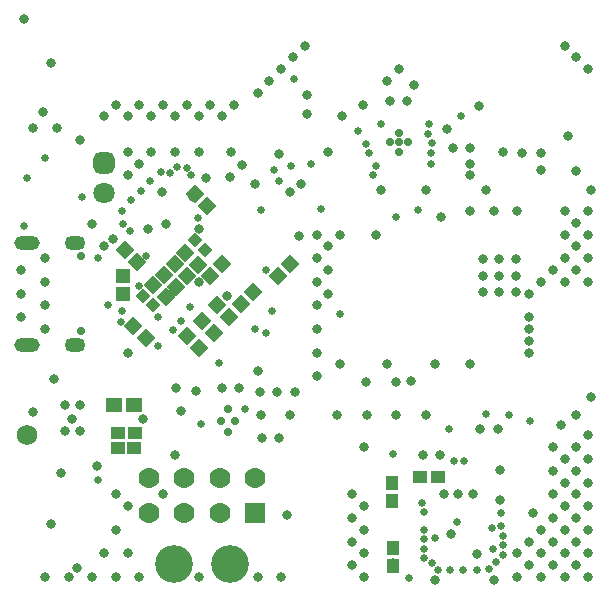
<source format=gbs>
G04*
G04 #@! TF.GenerationSoftware,Altium Limited,Altium Designer,25.0.2 (28)*
G04*
G04 Layer_Color=16711935*
%FSLAX25Y25*%
%MOIN*%
G70*
G04*
G04 #@! TF.SameCoordinates,77BAF947-F79B-4421-9DE9-08F6AA71662D*
G04*
G04*
G04 #@! TF.FilePolarity,Negative*
G04*
G01*
G75*
%ADD75R,0.04572X0.04391*%
G04:AMPARAMS|DCode=80|XSize=45.72mil|YSize=43.91mil|CornerRadius=0mil|HoleSize=0mil|Usage=FLASHONLY|Rotation=225.000|XOffset=0mil|YOffset=0mil|HoleType=Round|Shape=Rectangle|*
%AMROTATEDRECTD80*
4,1,4,0.00064,0.03169,0.03169,0.00064,-0.00064,-0.03169,-0.03169,-0.00064,0.00064,0.03169,0.0*
%
%ADD80ROTATEDRECTD80*%

G04:AMPARAMS|DCode=81|XSize=45.72mil|YSize=43.91mil|CornerRadius=0mil|HoleSize=0mil|Usage=FLASHONLY|Rotation=315.000|XOffset=0mil|YOffset=0mil|HoleType=Round|Shape=Rectangle|*
%AMROTATEDRECTD81*
4,1,4,-0.03169,0.00064,-0.00064,0.03169,0.03169,-0.00064,0.00064,-0.03169,-0.03169,0.00064,0.0*
%
%ADD81ROTATEDRECTD81*%

%ADD111R,0.04391X0.04572*%
%ADD114C,0.06800*%
%ADD115C,0.07099*%
G04:AMPARAMS|DCode=116|XSize=70.99mil|YSize=70.99mil|CornerRadius=19.75mil|HoleSize=0mil|Usage=FLASHONLY|Rotation=270.000|XOffset=0mil|YOffset=0mil|HoleType=Round|Shape=RoundedRectangle|*
%AMROUNDEDRECTD116*
21,1,0.07099,0.03150,0,0,270.0*
21,1,0.03150,0.07099,0,0,270.0*
1,1,0.03950,-0.01575,-0.01575*
1,1,0.03950,-0.01575,0.01575*
1,1,0.03950,0.01575,0.01575*
1,1,0.03950,0.01575,-0.01575*
%
%ADD116ROUNDEDRECTD116*%
%ADD117O,0.08477X0.04934*%
%ADD118O,0.06902X0.04934*%
%ADD119C,0.12611*%
%ADD120C,0.06981*%
%ADD121R,0.06981X0.06981*%
%ADD122C,0.02611*%
%ADD123C,0.03162*%
%ADD124C,0.02769*%
G04:AMPARAMS|DCode=164|XSize=35.67mil|YSize=33.79mil|CornerRadius=0mil|HoleSize=0mil|Usage=FLASHONLY|Rotation=135.000|XOffset=0mil|YOffset=0mil|HoleType=Round|Shape=Rectangle|*
%AMROTATEDRECTD164*
4,1,4,0.02456,-0.00067,0.00067,-0.02456,-0.02456,0.00067,-0.00067,0.02456,0.02456,-0.00067,0.0*
%
%ADD164ROTATEDRECTD164*%

%ADD167R,0.04964X0.04391*%
%ADD168R,0.05550X0.04966*%
%ADD169R,0.04761X0.04953*%
D75*
X41839Y51968D02*
D03*
X36114D02*
D03*
X142676Y37421D02*
D03*
X136952D02*
D03*
D80*
X70922Y108323D02*
D03*
X66874Y104275D02*
D03*
X89512D02*
D03*
X93559Y108323D02*
D03*
X77110Y94827D02*
D03*
X81158Y98874D02*
D03*
D81*
X38583Y112992D02*
D03*
X42631Y108944D02*
D03*
X58606Y111866D02*
D03*
X62654Y107819D02*
D03*
X55063Y108323D02*
D03*
X59111Y104275D02*
D03*
X51519Y104780D02*
D03*
X55567Y100732D02*
D03*
X47976Y101237D02*
D03*
X52024Y97189D02*
D03*
X63048Y80260D02*
D03*
X59000Y84307D02*
D03*
X41283Y87654D02*
D03*
X45331Y83606D02*
D03*
X64118Y89425D02*
D03*
X68165Y85378D02*
D03*
X65803Y127504D02*
D03*
X61756Y131551D02*
D03*
X69236Y94544D02*
D03*
X73284Y90496D02*
D03*
D111*
X127559Y35146D02*
D03*
Y29421D02*
D03*
X127953Y13492D02*
D03*
Y7768D02*
D03*
D114*
X5906Y51181D02*
D03*
D115*
X31496Y131811D02*
D03*
D116*
Y141811D02*
D03*
D117*
X5906Y81417D02*
D03*
Y115433D02*
D03*
D118*
X21654Y81417D02*
D03*
Y115433D02*
D03*
D119*
X73465Y8189D02*
D03*
X54961D02*
D03*
D120*
X46457Y25197D02*
D03*
X58268D02*
D03*
X70079D02*
D03*
X81890Y37008D02*
D03*
X70079D02*
D03*
X58268D02*
D03*
X46457D02*
D03*
D121*
X81890Y25197D02*
D03*
D122*
X85546Y106216D02*
D03*
X148031Y42520D02*
D03*
X151575D02*
D03*
X137571Y28679D02*
D03*
X138212Y25475D02*
D03*
X85331Y85303D02*
D03*
X81890Y86695D02*
D03*
X4921Y121063D02*
D03*
X37402Y92520D02*
D03*
X37014Y88976D02*
D03*
X32677Y94488D02*
D03*
X49606Y90662D02*
D03*
X47667Y94459D02*
D03*
X62913Y123559D02*
D03*
X123748Y155032D02*
D03*
X116142Y152756D02*
D03*
X121260Y137922D02*
D03*
X122164Y141062D02*
D03*
X140657Y148571D02*
D03*
X140551Y145276D02*
D03*
X89775Y135816D02*
D03*
X45603Y111090D02*
D03*
X69749Y75194D02*
D03*
X119806Y145286D02*
D03*
X118898Y148425D02*
D03*
X139370Y151575D02*
D03*
X139764Y155083D02*
D03*
X149238Y22356D02*
D03*
X63878Y54823D02*
D03*
X78347Y59941D02*
D03*
X29528Y36417D02*
D03*
X5906Y136811D02*
D03*
X100394Y141732D02*
D03*
X128937Y124016D02*
D03*
X87598Y92520D02*
D03*
X140551Y141732D02*
D03*
X136221Y126378D02*
D03*
X49606Y81102D02*
D03*
X54505Y86402D02*
D03*
X57087Y89370D02*
D03*
X103937Y126772D02*
D03*
X40157Y119291D02*
D03*
X37795Y121653D02*
D03*
X94882Y170079D02*
D03*
X163779Y20866D02*
D03*
X164567Y17717D02*
D03*
Y14567D02*
D03*
Y11417D02*
D03*
X138189Y19685D02*
D03*
Y16535D02*
D03*
Y13386D02*
D03*
Y10236D02*
D03*
X140945Y8661D02*
D03*
X142913Y6299D02*
D03*
X146850D02*
D03*
X151181D02*
D03*
X155905D02*
D03*
X159843Y6693D02*
D03*
X162205Y9055D02*
D03*
X141783Y16949D02*
D03*
X161074Y13406D02*
D03*
X133071Y3543D02*
D03*
X163779Y25197D02*
D03*
X127953Y44882D02*
D03*
X146457Y53150D02*
D03*
X158661Y58268D02*
D03*
X23995Y130532D02*
D03*
X55905Y140551D02*
D03*
X53543Y138583D02*
D03*
X37402Y125984D02*
D03*
X60630Y137795D02*
D03*
X59055Y140157D02*
D03*
X50394Y138976D02*
D03*
X46850Y135827D02*
D03*
X43701Y132677D02*
D03*
X40551Y129528D02*
D03*
X160680Y20295D02*
D03*
X110236Y91732D02*
D03*
X173425Y56102D02*
D03*
X166339Y58071D02*
D03*
X60236Y94095D02*
D03*
X88189Y139764D02*
D03*
X93724Y140922D02*
D03*
X83835Y126355D02*
D03*
X43110Y100886D02*
D03*
X29528Y110236D02*
D03*
X11811Y143701D02*
D03*
X150591Y157480D02*
D03*
D123*
X73284Y90496D02*
D03*
X62205Y65809D02*
D03*
X56988Y59153D02*
D03*
X70778Y66929D02*
D03*
X18504Y52559D02*
D03*
X20965Y56693D02*
D03*
X23425Y52559D02*
D03*
X36114Y51968D02*
D03*
X36220Y46850D02*
D03*
X42036D02*
D03*
X42126Y51968D02*
D03*
X44390Y56693D02*
D03*
X18504Y61417D02*
D03*
X23425D02*
D03*
X34938D02*
D03*
X42126D02*
D03*
X29134Y40945D02*
D03*
X89969Y50428D02*
D03*
X89083Y65748D02*
D03*
X95092Y65492D02*
D03*
X82871Y72524D02*
D03*
X93618Y58071D02*
D03*
X84244Y50428D02*
D03*
X83969Y58071D02*
D03*
X83358Y65748D02*
D03*
X76503Y66929D02*
D03*
X13780Y175197D02*
D03*
X55512Y66929D02*
D03*
X55118Y44597D02*
D03*
X173228Y86614D02*
D03*
Y78740D02*
D03*
X42631Y108944D02*
D03*
X41080Y87857D02*
D03*
X53341Y98099D02*
D03*
X62992Y145669D02*
D03*
X47244D02*
D03*
X39370D02*
D03*
X128937Y58071D02*
D03*
X153543Y141732D02*
D03*
X185039Y102362D02*
D03*
X51181Y31496D02*
D03*
X109252Y58071D02*
D03*
X173228Y82677D02*
D03*
X138779Y58071D02*
D03*
X110236Y74803D02*
D03*
X141732D02*
D03*
X177165Y102362D02*
D03*
X35433Y31496D02*
D03*
X192913Y102362D02*
D03*
X92520Y24606D02*
D03*
X169291Y125984D02*
D03*
X181102Y106299D02*
D03*
X39370Y27559D02*
D03*
X7874Y59055D02*
D03*
X188976Y122047D02*
D03*
X149606Y31496D02*
D03*
X154528D02*
D03*
X11811Y102362D02*
D03*
X144685Y31496D02*
D03*
X11811Y86614D02*
D03*
X163386Y29528D02*
D03*
X102362Y78740D02*
D03*
X11811Y110236D02*
D03*
X102362Y94488D02*
D03*
Y102362D02*
D03*
Y118110D02*
D03*
Y86614D02*
D03*
Y110236D02*
D03*
X181102Y31496D02*
D03*
X188976D02*
D03*
Y39370D02*
D03*
X185039Y35433D02*
D03*
X192913D02*
D03*
X125984Y74803D02*
D03*
X173228Y90551D02*
D03*
X181102Y47244D02*
D03*
Y39370D02*
D03*
X119095Y58071D02*
D03*
X192913Y43307D02*
D03*
X185039D02*
D03*
X188976Y47244D02*
D03*
X13780Y21654D02*
D03*
X173228Y98425D02*
D03*
X192913Y51181D02*
D03*
X118110Y11811D02*
D03*
X153543Y74803D02*
D03*
X114173Y31496D02*
D03*
Y15748D02*
D03*
X163386Y39764D02*
D03*
X90551Y3937D02*
D03*
X118110D02*
D03*
X114173Y7874D02*
D03*
X35433Y3937D02*
D03*
X43307D02*
D03*
X118110Y47244D02*
D03*
Y19685D02*
D03*
Y27559D02*
D03*
X114173Y23622D02*
D03*
X82677Y3937D02*
D03*
X102362Y70866D02*
D03*
X19685Y3937D02*
D03*
X62992D02*
D03*
X39370Y78740D02*
D03*
X141732Y2953D02*
D03*
X39370Y11811D02*
D03*
X11811Y3937D02*
D03*
Y94488D02*
D03*
X27559Y3937D02*
D03*
X31496Y11811D02*
D03*
X35433Y19685D02*
D03*
X161417Y2953D02*
D03*
X122047Y118110D02*
D03*
X153543Y125984D02*
D03*
X3937Y98425D02*
D03*
X161417Y125984D02*
D03*
X185039D02*
D03*
X59055Y161417D02*
D03*
X35433D02*
D03*
X192913Y125984D02*
D03*
X185039Y118110D02*
D03*
X106299Y98425D02*
D03*
X110236Y118110D02*
D03*
X106299Y114173D02*
D03*
X188976Y106299D02*
D03*
X185039Y110236D02*
D03*
X192913Y118110D02*
D03*
X31496Y114173D02*
D03*
X188976D02*
D03*
X106299Y106299D02*
D03*
X192913Y110236D02*
D03*
X3937Y106299D02*
D03*
Y90551D02*
D03*
X39370Y137795D02*
D03*
X43307Y141732D02*
D03*
X62992Y157480D02*
D03*
X55118D02*
D03*
Y145669D02*
D03*
X7874Y153543D02*
D03*
X39370Y157480D02*
D03*
X90551Y173228D02*
D03*
X74803Y161417D02*
D03*
X47244Y157480D02*
D03*
X31496D02*
D03*
X86614Y169291D02*
D03*
X153543Y137795D02*
D03*
X51181Y161417D02*
D03*
X23622Y149606D02*
D03*
X66929Y161417D02*
D03*
X70866Y157480D02*
D03*
X43307Y161417D02*
D03*
X185039Y181102D02*
D03*
X82677Y165354D02*
D03*
X94488Y177165D02*
D03*
X98425Y181102D02*
D03*
X192913Y173228D02*
D03*
X106299Y145669D02*
D03*
X129921Y173228D02*
D03*
X125984Y169291D02*
D03*
X188976Y177165D02*
D03*
X15748Y153543D02*
D03*
X185039Y27559D02*
D03*
X192913D02*
D03*
X188976Y23622D02*
D03*
X181102D02*
D03*
X192913Y19685D02*
D03*
X185039D02*
D03*
X177165D02*
D03*
X173228Y15748D02*
D03*
X181102D02*
D03*
X188976D02*
D03*
X169291Y11811D02*
D03*
X177165D02*
D03*
X185039D02*
D03*
X192913D02*
D03*
X188976Y7874D02*
D03*
X181102D02*
D03*
X173228D02*
D03*
X169291Y3937D02*
D03*
X177165D02*
D03*
X185039D02*
D03*
X192913D02*
D03*
X27458Y121654D02*
D03*
X66645Y104097D02*
D03*
X72441Y97638D02*
D03*
X93593Y132249D02*
D03*
X81890Y135039D02*
D03*
X37937Y104139D02*
D03*
X14764Y69882D02*
D03*
X132496Y162598D02*
D03*
X126772D02*
D03*
X4921Y189947D02*
D03*
X174409Y25295D02*
D03*
X133858Y69291D02*
D03*
X183858Y54724D02*
D03*
X142964Y37335D02*
D03*
X136952Y37421D02*
D03*
X50804Y132429D02*
D03*
X155661Y11634D02*
D03*
X146999Y18327D02*
D03*
X162932Y53149D02*
D03*
X156717Y53400D02*
D03*
X143418Y44455D02*
D03*
X137785Y44508D02*
D03*
X52196Y121572D02*
D03*
X46024Y119976D02*
D03*
X61079Y130653D02*
D03*
X97244Y135039D02*
D03*
X96500Y117500D02*
D03*
X89741Y144905D02*
D03*
X188740Y139370D02*
D03*
X177165Y139658D02*
D03*
X164567Y145571D02*
D03*
X147925Y146850D02*
D03*
X145906Y153337D02*
D03*
X110943Y157677D02*
D03*
X117717Y161417D02*
D03*
X99106Y158268D02*
D03*
X73567Y137346D02*
D03*
X77614Y141394D02*
D03*
X73811Y145465D02*
D03*
X65331Y137031D02*
D03*
X34646Y116535D02*
D03*
X63292Y119852D02*
D03*
X65803Y127504D02*
D03*
X89308Y104072D02*
D03*
X68166Y85378D02*
D03*
X127658Y35017D02*
D03*
Y30017D02*
D03*
Y13524D02*
D03*
X37937Y98425D02*
D03*
X64990Y112963D02*
D03*
X70922Y108323D02*
D03*
X81158Y98874D02*
D03*
X62992Y102362D02*
D03*
X63048Y80260D02*
D03*
X177165Y145382D02*
D03*
X22638Y6904D02*
D03*
X17035Y38780D02*
D03*
X62857Y107615D02*
D03*
X128937Y68898D02*
D03*
X11213Y159055D02*
D03*
X45331Y83606D02*
D03*
X59000Y84307D02*
D03*
X77110Y94827D02*
D03*
X64118Y89425D02*
D03*
X69236Y94544D02*
D03*
X55567Y100732D02*
D03*
X59111Y104275D02*
D03*
X156456Y160787D02*
D03*
X99152Y164567D02*
D03*
X134933Y168110D02*
D03*
X186221Y151094D02*
D03*
X170866Y145382D02*
D03*
X153650Y146850D02*
D03*
X123937Y132874D02*
D03*
X193937D02*
D03*
X168740Y109843D02*
D03*
X163228D02*
D03*
X157717D02*
D03*
Y104331D02*
D03*
X163228D02*
D03*
X168740D02*
D03*
Y98819D02*
D03*
X163228D02*
D03*
X157717D02*
D03*
X193937Y63976D02*
D03*
X127658Y8524D02*
D03*
X118898Y68898D02*
D03*
X143701Y124016D02*
D03*
X138937Y132874D02*
D03*
X158937D02*
D03*
X188976Y57874D02*
D03*
X61782Y116171D02*
D03*
X51519Y104780D02*
D03*
D124*
X72835Y52362D02*
D03*
Y59842D02*
D03*
X75098Y56102D02*
D03*
X70571D02*
D03*
X129921Y145768D02*
D03*
X126870Y148819D02*
D03*
X129921Y151870D02*
D03*
X132972Y148819D02*
D03*
X129921D02*
D03*
X23917Y111024D02*
D03*
Y85827D02*
D03*
D164*
X64990Y112963D02*
D03*
X61782Y116171D02*
D03*
X47667Y94459D02*
D03*
X44459Y97667D02*
D03*
D167*
X41553Y46850D02*
D03*
X36220D02*
D03*
D168*
X34938Y61417D02*
D03*
X41440D02*
D03*
D169*
X37937Y98425D02*
D03*
Y104139D02*
D03*
M02*

</source>
